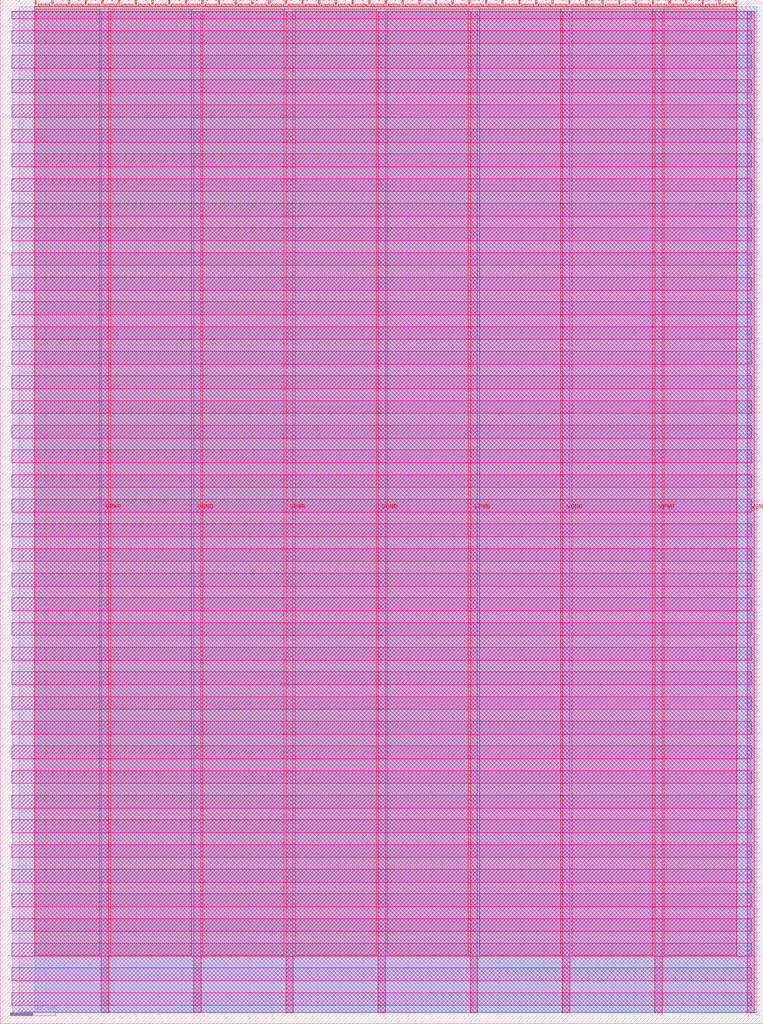
<source format=lef>
VERSION 5.7 ;
  NOWIREEXTENSIONATPIN ON ;
  DIVIDERCHAR "/" ;
  BUSBITCHARS "[]" ;
MACRO tt_um_f_hal_fft
  CLASS BLOCK ;
  FOREIGN tt_um_f_hal_fft ;
  ORIGIN 0.000 0.000 ;
  SIZE 168.360 BY 225.760 ;
  PIN VGND
    DIRECTION INOUT ;
    USE GROUND ;
    PORT
      LAYER met4 ;
        RECT 42.670 2.480 44.270 223.280 ;
    END
    PORT
      LAYER met4 ;
        RECT 83.380 2.480 84.980 223.280 ;
    END
    PORT
      LAYER met4 ;
        RECT 124.090 2.480 125.690 223.280 ;
    END
    PORT
      LAYER met4 ;
        RECT 164.800 2.480 166.400 223.280 ;
    END
  END VGND
  PIN VPWR
    DIRECTION INOUT ;
    USE POWER ;
    PORT
      LAYER met4 ;
        RECT 22.315 2.480 23.915 223.280 ;
    END
    PORT
      LAYER met4 ;
        RECT 63.025 2.480 64.625 223.280 ;
    END
    PORT
      LAYER met4 ;
        RECT 103.735 2.480 105.335 223.280 ;
    END
    PORT
      LAYER met4 ;
        RECT 144.445 2.480 146.045 223.280 ;
    END
  END VPWR
  PIN clk
    DIRECTION INPUT ;
    USE SIGNAL ;
    ANTENNAGATEAREA 0.852000 ;
    PORT
      LAYER met4 ;
        RECT 158.550 224.760 158.850 225.760 ;
    END
  END clk
  PIN ena
    DIRECTION INPUT ;
    USE SIGNAL ;
    ANTENNAGATEAREA 0.196500 ;
    PORT
      LAYER met4 ;
        RECT 162.230 224.760 162.530 225.760 ;
    END
  END ena
  PIN rst_n
    DIRECTION INPUT ;
    USE SIGNAL ;
    ANTENNAGATEAREA 0.196500 ;
    PORT
      LAYER met4 ;
        RECT 154.870 224.760 155.170 225.760 ;
    END
  END rst_n
  PIN ui_in[0]
    DIRECTION INPUT ;
    USE SIGNAL ;
    ANTENNAGATEAREA 0.196500 ;
    PORT
      LAYER met4 ;
        RECT 151.190 224.760 151.490 225.760 ;
    END
  END ui_in[0]
  PIN ui_in[1]
    DIRECTION INPUT ;
    USE SIGNAL ;
    ANTENNAGATEAREA 0.196500 ;
    PORT
      LAYER met4 ;
        RECT 147.510 224.760 147.810 225.760 ;
    END
  END ui_in[1]
  PIN ui_in[2]
    DIRECTION INPUT ;
    USE SIGNAL ;
    ANTENNAGATEAREA 0.196500 ;
    PORT
      LAYER met4 ;
        RECT 143.830 224.760 144.130 225.760 ;
    END
  END ui_in[2]
  PIN ui_in[3]
    DIRECTION INPUT ;
    USE SIGNAL ;
    ANTENNAGATEAREA 0.196500 ;
    PORT
      LAYER met4 ;
        RECT 140.150 224.760 140.450 225.760 ;
    END
  END ui_in[3]
  PIN ui_in[4]
    DIRECTION INPUT ;
    USE SIGNAL ;
    ANTENNAGATEAREA 0.196500 ;
    PORT
      LAYER met4 ;
        RECT 136.470 224.760 136.770 225.760 ;
    END
  END ui_in[4]
  PIN ui_in[5]
    DIRECTION INPUT ;
    USE SIGNAL ;
    ANTENNAGATEAREA 0.196500 ;
    PORT
      LAYER met4 ;
        RECT 132.790 224.760 133.090 225.760 ;
    END
  END ui_in[5]
  PIN ui_in[6]
    DIRECTION INPUT ;
    USE SIGNAL ;
    ANTENNAGATEAREA 0.196500 ;
    PORT
      LAYER met4 ;
        RECT 129.110 224.760 129.410 225.760 ;
    END
  END ui_in[6]
  PIN ui_in[7]
    DIRECTION INPUT ;
    USE SIGNAL ;
    ANTENNAGATEAREA 0.196500 ;
    PORT
      LAYER met4 ;
        RECT 125.430 224.760 125.730 225.760 ;
    END
  END ui_in[7]
  PIN uio_in[0]
    DIRECTION INPUT ;
    USE SIGNAL ;
    ANTENNAGATEAREA 0.196500 ;
    PORT
      LAYER met4 ;
        RECT 121.750 224.760 122.050 225.760 ;
    END
  END uio_in[0]
  PIN uio_in[1]
    DIRECTION INPUT ;
    USE SIGNAL ;
    ANTENNAGATEAREA 0.196500 ;
    PORT
      LAYER met4 ;
        RECT 118.070 224.760 118.370 225.760 ;
    END
  END uio_in[1]
  PIN uio_in[2]
    DIRECTION INPUT ;
    USE SIGNAL ;
    PORT
      LAYER met4 ;
        RECT 114.390 224.760 114.690 225.760 ;
    END
  END uio_in[2]
  PIN uio_in[3]
    DIRECTION INPUT ;
    USE SIGNAL ;
    PORT
      LAYER met4 ;
        RECT 110.710 224.760 111.010 225.760 ;
    END
  END uio_in[3]
  PIN uio_in[4]
    DIRECTION INPUT ;
    USE SIGNAL ;
    PORT
      LAYER met4 ;
        RECT 107.030 224.760 107.330 225.760 ;
    END
  END uio_in[4]
  PIN uio_in[5]
    DIRECTION INPUT ;
    USE SIGNAL ;
    PORT
      LAYER met4 ;
        RECT 103.350 224.760 103.650 225.760 ;
    END
  END uio_in[5]
  PIN uio_in[6]
    DIRECTION INPUT ;
    USE SIGNAL ;
    PORT
      LAYER met4 ;
        RECT 99.670 224.760 99.970 225.760 ;
    END
  END uio_in[6]
  PIN uio_in[7]
    DIRECTION INPUT ;
    USE SIGNAL ;
    PORT
      LAYER met4 ;
        RECT 95.990 224.760 96.290 225.760 ;
    END
  END uio_in[7]
  PIN uio_oe[0]
    DIRECTION OUTPUT TRISTATE ;
    USE SIGNAL ;
    PORT
      LAYER met4 ;
        RECT 33.430 224.760 33.730 225.760 ;
    END
  END uio_oe[0]
  PIN uio_oe[1]
    DIRECTION OUTPUT TRISTATE ;
    USE SIGNAL ;
    PORT
      LAYER met4 ;
        RECT 29.750 224.760 30.050 225.760 ;
    END
  END uio_oe[1]
  PIN uio_oe[2]
    DIRECTION OUTPUT TRISTATE ;
    USE SIGNAL ;
    PORT
      LAYER met4 ;
        RECT 26.070 224.760 26.370 225.760 ;
    END
  END uio_oe[2]
  PIN uio_oe[3]
    DIRECTION OUTPUT TRISTATE ;
    USE SIGNAL ;
    PORT
      LAYER met4 ;
        RECT 22.390 224.760 22.690 225.760 ;
    END
  END uio_oe[3]
  PIN uio_oe[4]
    DIRECTION OUTPUT TRISTATE ;
    USE SIGNAL ;
    PORT
      LAYER met4 ;
        RECT 18.710 224.760 19.010 225.760 ;
    END
  END uio_oe[4]
  PIN uio_oe[5]
    DIRECTION OUTPUT TRISTATE ;
    USE SIGNAL ;
    PORT
      LAYER met4 ;
        RECT 15.030 224.760 15.330 225.760 ;
    END
  END uio_oe[5]
  PIN uio_oe[6]
    DIRECTION OUTPUT TRISTATE ;
    USE SIGNAL ;
    PORT
      LAYER met4 ;
        RECT 11.350 224.760 11.650 225.760 ;
    END
  END uio_oe[6]
  PIN uio_oe[7]
    DIRECTION OUTPUT TRISTATE ;
    USE SIGNAL ;
    PORT
      LAYER met4 ;
        RECT 7.670 224.760 7.970 225.760 ;
    END
  END uio_oe[7]
  PIN uio_out[0]
    DIRECTION OUTPUT TRISTATE ;
    USE SIGNAL ;
    PORT
      LAYER met4 ;
        RECT 62.870 224.760 63.170 225.760 ;
    END
  END uio_out[0]
  PIN uio_out[1]
    DIRECTION OUTPUT TRISTATE ;
    USE SIGNAL ;
    PORT
      LAYER met4 ;
        RECT 59.190 224.760 59.490 225.760 ;
    END
  END uio_out[1]
  PIN uio_out[2]
    DIRECTION OUTPUT TRISTATE ;
    USE SIGNAL ;
    PORT
      LAYER met4 ;
        RECT 55.510 224.760 55.810 225.760 ;
    END
  END uio_out[2]
  PIN uio_out[3]
    DIRECTION OUTPUT TRISTATE ;
    USE SIGNAL ;
    PORT
      LAYER met4 ;
        RECT 51.830 224.760 52.130 225.760 ;
    END
  END uio_out[3]
  PIN uio_out[4]
    DIRECTION OUTPUT TRISTATE ;
    USE SIGNAL ;
    PORT
      LAYER met4 ;
        RECT 48.150 224.760 48.450 225.760 ;
    END
  END uio_out[4]
  PIN uio_out[5]
    DIRECTION OUTPUT TRISTATE ;
    USE SIGNAL ;
    PORT
      LAYER met4 ;
        RECT 44.470 224.760 44.770 225.760 ;
    END
  END uio_out[5]
  PIN uio_out[6]
    DIRECTION OUTPUT TRISTATE ;
    USE SIGNAL ;
    PORT
      LAYER met4 ;
        RECT 40.790 224.760 41.090 225.760 ;
    END
  END uio_out[6]
  PIN uio_out[7]
    DIRECTION OUTPUT TRISTATE ;
    USE SIGNAL ;
    PORT
      LAYER met4 ;
        RECT 37.110 224.760 37.410 225.760 ;
    END
  END uio_out[7]
  PIN uo_out[0]
    DIRECTION OUTPUT TRISTATE ;
    USE SIGNAL ;
    ANTENNADIFFAREA 0.795200 ;
    PORT
      LAYER met4 ;
        RECT 92.310 224.760 92.610 225.760 ;
    END
  END uo_out[0]
  PIN uo_out[1]
    DIRECTION OUTPUT TRISTATE ;
    USE SIGNAL ;
    ANTENNADIFFAREA 0.795200 ;
    PORT
      LAYER met4 ;
        RECT 88.630 224.760 88.930 225.760 ;
    END
  END uo_out[1]
  PIN uo_out[2]
    DIRECTION OUTPUT TRISTATE ;
    USE SIGNAL ;
    ANTENNADIFFAREA 0.795200 ;
    PORT
      LAYER met4 ;
        RECT 84.950 224.760 85.250 225.760 ;
    END
  END uo_out[2]
  PIN uo_out[3]
    DIRECTION OUTPUT TRISTATE ;
    USE SIGNAL ;
    ANTENNADIFFAREA 0.795200 ;
    PORT
      LAYER met4 ;
        RECT 81.270 224.760 81.570 225.760 ;
    END
  END uo_out[3]
  PIN uo_out[4]
    DIRECTION OUTPUT TRISTATE ;
    USE SIGNAL ;
    ANTENNADIFFAREA 0.795200 ;
    PORT
      LAYER met4 ;
        RECT 77.590 224.760 77.890 225.760 ;
    END
  END uo_out[4]
  PIN uo_out[5]
    DIRECTION OUTPUT TRISTATE ;
    USE SIGNAL ;
    ANTENNADIFFAREA 0.795200 ;
    PORT
      LAYER met4 ;
        RECT 73.910 224.760 74.210 225.760 ;
    END
  END uo_out[5]
  PIN uo_out[6]
    DIRECTION OUTPUT TRISTATE ;
    USE SIGNAL ;
    ANTENNADIFFAREA 0.795200 ;
    PORT
      LAYER met4 ;
        RECT 70.230 224.760 70.530 225.760 ;
    END
  END uo_out[6]
  PIN uo_out[7]
    DIRECTION OUTPUT TRISTATE ;
    USE SIGNAL ;
    ANTENNADIFFAREA 0.795200 ;
    PORT
      LAYER met4 ;
        RECT 66.550 224.760 66.850 225.760 ;
    END
  END uo_out[7]
  OBS
      LAYER nwell ;
        RECT 2.570 221.625 165.790 223.230 ;
        RECT 2.570 216.185 165.790 219.015 ;
        RECT 2.570 210.745 165.790 213.575 ;
        RECT 2.570 205.305 165.790 208.135 ;
        RECT 2.570 199.865 165.790 202.695 ;
        RECT 2.570 194.425 165.790 197.255 ;
        RECT 2.570 188.985 165.790 191.815 ;
        RECT 2.570 183.545 165.790 186.375 ;
        RECT 2.570 178.105 165.790 180.935 ;
        RECT 2.570 172.665 165.790 175.495 ;
        RECT 2.570 167.225 165.790 170.055 ;
        RECT 2.570 161.785 165.790 164.615 ;
        RECT 2.570 156.345 165.790 159.175 ;
        RECT 2.570 150.905 165.790 153.735 ;
        RECT 2.570 145.465 165.790 148.295 ;
        RECT 2.570 140.025 165.790 142.855 ;
        RECT 2.570 134.585 165.790 137.415 ;
        RECT 2.570 129.145 165.790 131.975 ;
        RECT 2.570 123.705 165.790 126.535 ;
        RECT 2.570 118.265 165.790 121.095 ;
        RECT 2.570 112.825 165.790 115.655 ;
        RECT 2.570 107.385 165.790 110.215 ;
        RECT 2.570 101.945 165.790 104.775 ;
        RECT 2.570 96.505 165.790 99.335 ;
        RECT 2.570 91.065 165.790 93.895 ;
        RECT 2.570 85.625 165.790 88.455 ;
        RECT 2.570 80.185 165.790 83.015 ;
        RECT 2.570 74.745 165.790 77.575 ;
        RECT 2.570 69.305 165.790 72.135 ;
        RECT 2.570 63.865 165.790 66.695 ;
        RECT 2.570 58.425 165.790 61.255 ;
        RECT 2.570 52.985 165.790 55.815 ;
        RECT 2.570 47.545 165.790 50.375 ;
        RECT 2.570 42.105 165.790 44.935 ;
        RECT 2.570 36.665 165.790 39.495 ;
        RECT 2.570 31.225 165.790 34.055 ;
        RECT 2.570 25.785 165.790 28.615 ;
        RECT 2.570 20.345 165.790 23.175 ;
        RECT 2.570 14.905 165.790 17.735 ;
        RECT 2.570 9.465 165.790 12.295 ;
        RECT 2.570 4.025 165.790 6.855 ;
      LAYER li1 ;
        RECT 2.760 2.635 165.600 223.125 ;
      LAYER met1 ;
        RECT 2.760 2.480 166.910 223.280 ;
      LAYER met2 ;
        RECT 4.240 2.535 166.880 224.245 ;
      LAYER met3 ;
        RECT 7.630 2.555 166.390 224.225 ;
      LAYER met4 ;
        RECT 8.370 224.360 10.950 224.760 ;
        RECT 12.050 224.360 14.630 224.760 ;
        RECT 15.730 224.360 18.310 224.760 ;
        RECT 19.410 224.360 21.990 224.760 ;
        RECT 23.090 224.360 25.670 224.760 ;
        RECT 26.770 224.360 29.350 224.760 ;
        RECT 30.450 224.360 33.030 224.760 ;
        RECT 34.130 224.360 36.710 224.760 ;
        RECT 37.810 224.360 40.390 224.760 ;
        RECT 41.490 224.360 44.070 224.760 ;
        RECT 45.170 224.360 47.750 224.760 ;
        RECT 48.850 224.360 51.430 224.760 ;
        RECT 52.530 224.360 55.110 224.760 ;
        RECT 56.210 224.360 58.790 224.760 ;
        RECT 59.890 224.360 62.470 224.760 ;
        RECT 63.570 224.360 66.150 224.760 ;
        RECT 67.250 224.360 69.830 224.760 ;
        RECT 70.930 224.360 73.510 224.760 ;
        RECT 74.610 224.360 77.190 224.760 ;
        RECT 78.290 224.360 80.870 224.760 ;
        RECT 81.970 224.360 84.550 224.760 ;
        RECT 85.650 224.360 88.230 224.760 ;
        RECT 89.330 224.360 91.910 224.760 ;
        RECT 93.010 224.360 95.590 224.760 ;
        RECT 96.690 224.360 99.270 224.760 ;
        RECT 100.370 224.360 102.950 224.760 ;
        RECT 104.050 224.360 106.630 224.760 ;
        RECT 107.730 224.360 110.310 224.760 ;
        RECT 111.410 224.360 113.990 224.760 ;
        RECT 115.090 224.360 117.670 224.760 ;
        RECT 118.770 224.360 121.350 224.760 ;
        RECT 122.450 224.360 125.030 224.760 ;
        RECT 126.130 224.360 128.710 224.760 ;
        RECT 129.810 224.360 132.390 224.760 ;
        RECT 133.490 224.360 136.070 224.760 ;
        RECT 137.170 224.360 139.750 224.760 ;
        RECT 140.850 224.360 143.430 224.760 ;
        RECT 144.530 224.360 147.110 224.760 ;
        RECT 148.210 224.360 150.790 224.760 ;
        RECT 151.890 224.360 154.470 224.760 ;
        RECT 155.570 224.360 158.150 224.760 ;
        RECT 159.250 224.360 161.830 224.760 ;
        RECT 7.655 223.680 162.545 224.360 ;
        RECT 7.655 15.135 21.915 223.680 ;
        RECT 24.315 15.135 42.270 223.680 ;
        RECT 44.670 15.135 62.625 223.680 ;
        RECT 65.025 15.135 82.980 223.680 ;
        RECT 85.380 15.135 103.335 223.680 ;
        RECT 105.735 15.135 123.690 223.680 ;
        RECT 126.090 15.135 144.045 223.680 ;
        RECT 146.445 15.135 162.545 223.680 ;
  END
END tt_um_f_hal_fft
END LIBRARY


</source>
